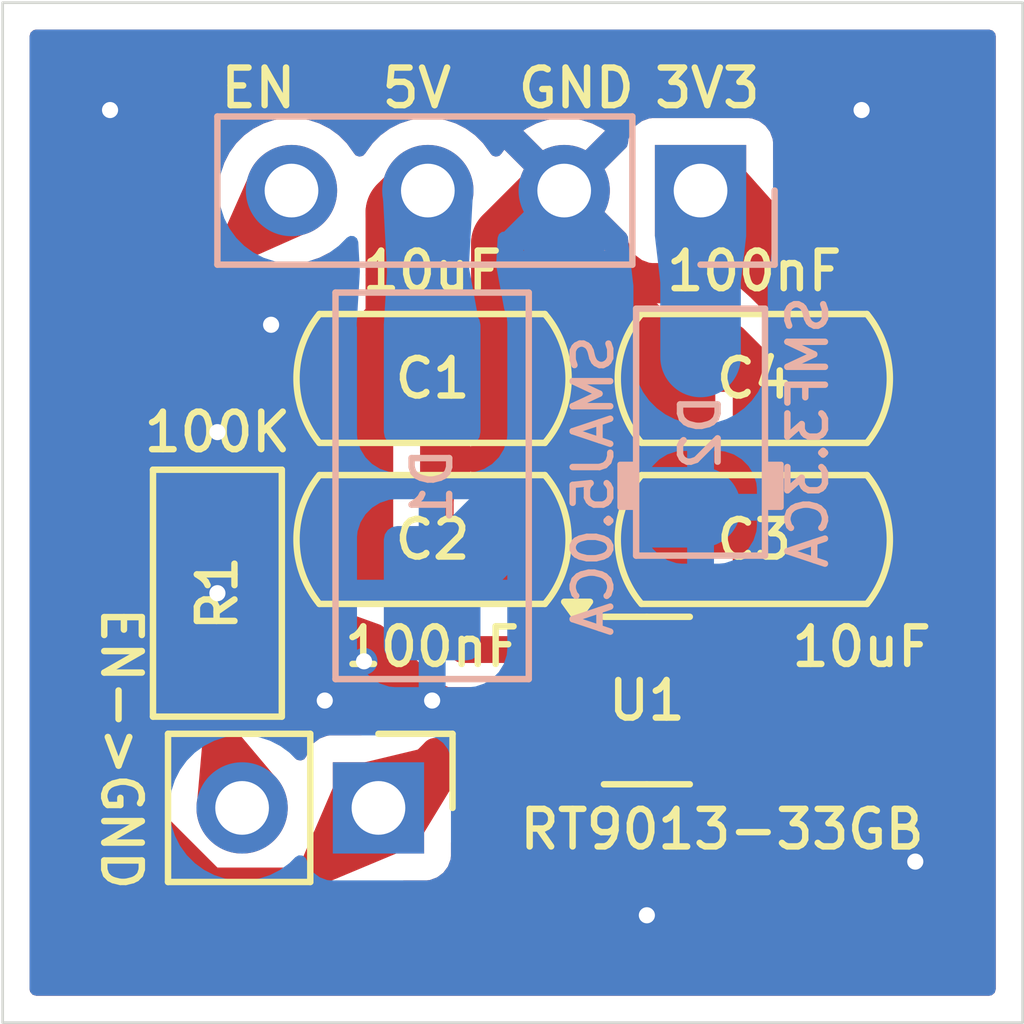
<source format=kicad_pcb>
(kicad_pcb (version 20241229) (generator "pcbnew") (generator_version "9.0")
  (layers (0 "F.Cu" signal) (2 "B.Cu" signal) (13 "F.Paste" user) (15 "B.Paste" user) (5 "F.SilkS" user "F.Silkscreen") (7 "B.SilkS" user "B.Silkscreen") (1 "F.Mask" user) (3 "B.Mask" user) (25 "Edge.Cuts" user))
  (net 0 "")
  (net 1 "GND")
  (net 2 "+3.3V")
  (net 3 "+5V")
  (net 4 "Net-(J2-Pin_2)")
  (net 5 "/EN")
  (footprint "PCM_Capacitor_SMD_AKL:C_1206_3216Metric" (layer "F.Cu") (at 117 66)
    (property "Reference" "C1" (at 0.007668 0 0) (layer "F.SilkS") (effects (font (size 0.7 0.7) (thickness 0.12))))
    (property "Value" "10uF" (at 0 -2 0) (layer "F.SilkS") (effects (font (size 0.7 0.7) (thickness 0.12))))
    (fp_line (start -2.1 1.2) (end 2.1 1.2) (stroke (width 0.12)) (layer "F.SilkS"))
    (fp_line (start 2.1 -1.2) (end -2.1 -1.2) (stroke (width 0.12)) (layer "F.SilkS"))
    (fp_arc (start -2.1 1.2) (mid -2.526625 0) (end -2.1 -1.2) (stroke (width 0.12)) (layer "F.SilkS"))
    (fp_arc (start 2.1 -1.2) (mid 2.541962 0) (end 2.1 1.2) (stroke (width 0.12)) (layer "F.SilkS"))
    (pad "1" smd roundrect (at -1.475 0) (size 1.15 1.8) (layers "F.Cu" "F.Mask" "F.Paste") (roundrect_rratio 0.217391) (net 3 "+5V"))
    (pad "2" smd roundrect (at 1.475 0) (size 1.15 1.8) (layers "F.Cu" "F.Mask" "F.Paste") (roundrect_rratio 0.217391) (net 1 "GND"))
  )
  (footprint "PCM_Capacitor_SMD_AKL:C_1206_3216Metric" (layer "F.Cu") (at 123 66 180)
    (property "Reference" "C4" (at 0.007668 0 0) (layer "F.SilkS") (effects (font (size 0.7 0.7) (thickness 0.12))))
    (property "Value" "100nF" (at 0 2 180) (layer "F.SilkS") (effects (font (size 0.7 0.7) (thickness 0.12))))
    (fp_line (start 2.1 -1.2) (end -2.1 -1.2) (stroke (width 0.12)) (layer "F.SilkS"))
    (fp_line (start -2.1 1.2) (end 2.1 1.2) (stroke (width 0.12)) (layer "F.SilkS"))
    (fp_arc (start 2.1 -1.2) (mid 2.541962 0) (end 2.1 1.2) (stroke (width 0.12)) (layer "F.SilkS"))
    (fp_arc (start -2.1 1.2) (mid -2.526625 0) (end -2.1 -1.2) (stroke (width 0.12)) (layer "F.SilkS"))
    (pad "1" smd roundrect (at -1.475 0 180) (size 1.15 1.8) (layers "F.Cu" "F.Mask" "F.Paste") (roundrect_rratio 0.217391) (net 2 "+3.3V"))
    (pad "2" smd roundrect (at 1.475 0 180) (size 1.15 1.8) (layers "F.Cu" "F.Mask" "F.Paste") (roundrect_rratio 0.217391) (net 1 "GND"))
  )
  (footprint "PCM_Capacitor_SMD_AKL:C_1206_3216Metric" (layer "F.Cu") (at 117 69)
    (property "Reference" "C2" (at 0.007668 0 0) (layer "F.SilkS") (effects (font (size 0.7 0.7) (thickness 0.12))))
    (property "Value" "100nF" (at 0 2 0) (layer "F.SilkS") (effects (font (size 0.7 0.7) (thickness 0.12))))
    (fp_line (start -2.1 1.2) (end 2.1 1.2) (stroke (width 0.12)) (layer "F.SilkS"))
    (fp_line (start 2.1 -1.2) (end -2.1 -1.2) (stroke (width 0.12)) (layer "F.SilkS"))
    (fp_arc (start -2.1 1.2) (mid -2.526625 0) (end -2.1 -1.2) (stroke (width 0.12)) (layer "F.SilkS"))
    (fp_arc (start 2.1 -1.2) (mid 2.541962 0) (end 2.1 1.2) (stroke (width 0.12)) (layer "F.SilkS"))
    (pad "1" smd roundrect (at -1.475 0) (size 1.15 1.8) (layers "F.Cu" "F.Mask" "F.Paste") (roundrect_rratio 0.217391) (net 3 "+5V"))
    (pad "2" smd roundrect (at 1.475 0) (size 1.15 1.8) (layers "F.Cu" "F.Mask" "F.Paste") (roundrect_rratio 0.217391) (net 1 "GND"))
  )
  (footprint "PCM_Capacitor_SMD_AKL:C_1206_3216Metric" (layer "F.Cu") (at 123 69 180)
    (property "Reference" "C3" (at 0 0 0) (layer "F.SilkS") (effects (font (size 0.7 0.7) (thickness 0.12))))
    (property "Value" "10uF" (at -2 -2 180) (layer "F.SilkS") (effects (font (size 0.7 0.7) (thickness 0.12))))
    (fp_line (start 2.1 -1.2) (end -2.1 -1.2) (stroke (width 0.12)) (layer "F.SilkS"))
    (fp_line (start -2.1 1.2) (end 2.1 1.2) (stroke (width 0.12)) (layer "F.SilkS"))
    (fp_arc (start 2.1 -1.2) (mid 2.541962 0) (end 2.1 1.2) (stroke (width 0.12)) (layer "F.SilkS"))
    (fp_arc (start -2.1 1.2) (mid -2.526625 0) (end -2.1 -1.2) (stroke (width 0.12)) (layer "F.SilkS"))
    (pad "1" smd roundrect (at -1.475 0 180) (size 1.15 1.8) (layers "F.Cu" "F.Mask" "F.Paste") (roundrect_rratio 0.217391) (net 2 "+3.3V"))
    (pad "2" smd roundrect (at 1.475 0 180) (size 1.15 1.8) (layers "F.Cu" "F.Mask" "F.Paste") (roundrect_rratio 0.217391) (net 1 "GND"))
  )
  (footprint "Package_TO_SOT_SMD:SOT-23-5" (layer "F.Cu") (at 121 72)
    (property "Reference" "U1" (at 0 0 0) (layer "F.SilkS") (effects (font (size 0.7 0.7) (thickness 0.12) (bold yes))))
    (property "Value" "RT9013-33GB" (at 1.4 2.4 0) (layer "F.SilkS") (effects (font (size 0.7 0.7) (thickness 0.12) (bold yes))))
    (fp_line (start 0 -1.56) (end -0.8 -1.56) (stroke (width 0.12)) (layer "F.SilkS"))
    (fp_line (start 0 -1.56) (end 0.8 -1.56) (stroke (width 0.12)) (layer "F.SilkS"))
    (fp_line (start 0 1.56) (end -0.8 1.56) (stroke (width 0.12)) (layer "F.SilkS"))
    (fp_line (start 0 1.56) (end 0.8 1.56) (stroke (width 0.12)) (layer "F.SilkS"))
    (fp_poly (pts (xy -1.3 -1.51) (xy -1.54 -1.84) (xy -1.06 -1.84)) (stroke (width 0.12)) (fill yes) (layer "F.SilkS"))
    (pad "1" smd roundrect (at -1.1375 -0.95) (size 1.325 0.6) (layers "F.Cu" "F.Mask" "F.Paste") (net 3 "+5V"))
    (pad "2" smd roundrect (at -1.1375 0) (size 1.325 0.6) (layers "F.Cu" "F.Mask" "F.Paste") (net 1 "GND"))
    (pad "3" smd roundrect (at -1.1375 0.95) (size 1.325 0.6) (layers "F.Cu" "F.Mask" "F.Paste") (net 5 "/EN"))
    (pad "4" smd roundrect (at 1.1375 0.95) (size 1.325 0.6) (layers "F.Cu" "F.Mask" "F.Paste"))
    (pad "5" smd roundrect (at 1.1375 -0.95) (size 1.325 0.6) (layers "F.Cu" "F.Mask" "F.Paste") (net 2 "+3.3V"))
  )
  (footprint "Connector_PinHeader_2.54mm:PinHeader_1x02_P2.54mm_Vertical" (layer "F.Cu") (at 116 74 -90)
    (property "Reference" "J2" (hide yes))
    (property "Value" "Conn_01x02" (hide yes))
    (fp_line (start -1.38 3.92) (end 1.38 3.92) (stroke (width 0.12)) (layer "F.SilkS"))
    (fp_line (start -1.38 1.27) (end -1.38 3.92) (stroke (width 0.12)) (layer "F.SilkS"))
    (fp_line (start -1.38 1.27) (end 1.38 1.27) (stroke (width 0.12)) (layer "F.SilkS"))
    (fp_line (start 1.38 1.27) (end 1.38 3.92) (stroke (width 0.12)) (layer "F.SilkS"))
    (fp_line (start -1.38 0) (end -1.38 -1.38) (stroke (width 0.12)) (layer "F.SilkS"))
    (fp_line (start -1.38 -1.38) (end 0 -1.38) (stroke (width 0.12)) (layer "F.SilkS"))
    (pad "1" thru_hole rect (at 0 0 270) (size 1.7 1.7) (drill 1) (layers "*.Cu" "*.Mask") (net 5 "/EN"))
    (pad "2" thru_hole circle (at 0 2.54 270) (size 1.7 1.7) (drill 1) (layers "*.Cu" "*.Mask") (net 4 "Net-(J2-Pin_2)"))
  )
  (footprint "PCM_Resistor_SMD_AKL:R_1206_3216Metric" (layer "F.Cu") (at 113 70 -90)
    (property "Reference" "R1" (at 0 0 90) (layer "F.SilkS") (effects (font (size 0.7 0.7) (thickness 0.12))))
    (property "Value" "100K" (at -3 0 0) (layer "F.SilkS") (effects (font (size 0.7 0.7) (thickness 0.12))))
    (fp_line (start -2.3 1.2) (end 2.3 1.2) (stroke (width 0.12)) (layer "F.SilkS"))
    (fp_line (start 2.3 1.2) (end 2.3 -1.2) (stroke (width 0.12)) (layer "F.SilkS"))
    (fp_line (start -2.3 -1.2) (end -2.3 1.2) (stroke (width 0.12)) (layer "F.SilkS"))
    (fp_line (start 2.3 -1.2) (end -2.3 -1.2) (stroke (width 0.12)) (layer "F.SilkS"))
    (pad "1" smd roundrect (at -1.4625 0 270) (size 1.125 1.75) (layers "F.Cu" "F.Mask" "F.Paste") (roundrect_rratio 0.222222) (net 1 "GND"))
    (pad "2" smd roundrect (at 1.4625 0 270) (size 1.125 1.75) (layers "F.Cu" "F.Mask" "F.Paste") (roundrect_rratio 0.222222) (net 4 "Net-(J2-Pin_2)"))
  )
  (footprint "PCM_Diode_SMD_AKL:D_SMA_TVS" (layer "B.Cu") (at 117 68 90)
    (property "Reference" "D1" (at 0 0 90) (layer "B.SilkS") (effects (font (size 0.7 0.7) (thickness 0.12)) (justify mirror)))
    (property "Value" "SMAJ5.0CA" (at 0 3 90) (layer "B.SilkS") (effects (font (size 0.7 0.7) (thickness 0.12)) (justify mirror)))
    (fp_line (start 3.6 -1.8) (end 3.6 1.8) (stroke (width 0.12)) (layer "B.SilkS"))
    (fp_line (start -3.6 -1.8) (end 3.6 -1.8) (stroke (width 0.12)) (layer "B.SilkS"))
    (fp_line (start 3.6 1.8) (end -3.6 1.8) (stroke (width 0.12)) (layer "B.SilkS"))
    (fp_line (start -3.6 1.8) (end -3.6 -1.8) (stroke (width 0.12)) (layer "B.SilkS"))
    (pad "1" smd roundrect (at -2 0 90) (size 2.5 1.8) (layers "B.Cu" "B.Mask" "B.Paste") (roundrect_rratio 0.1388888889) (net 1 "GND"))
    (pad "2" smd roundrect (at 2 0 90) (size 2.5 1.8) (layers "B.Cu" "B.Mask" "B.Paste") (roundrect_rratio 0.1388888889) (net 3 "+5V"))
  )
  (footprint "PCM_Diode_SMD_AKL:D_SOD-123F" (layer "B.Cu") (at 122 67 90)
    (property "Reference" "D2" (at 0 0 90) (layer "B.SilkS") (effects (font (size 0.7 0.7) (thickness 0.12)) (justify mirror)))
    (property "Value" "SMF3.3CA" (at 0 2 90) (layer "B.SilkS") (effects (font (size 0.7 0.7) (thickness 0.12)) (justify mirror)))
    (fp_line (start 2.3 -1.2) (end 2.3 1.2) (stroke (width 0.12)) (layer "B.SilkS"))
    (fp_line (start -2.3 -1.2) (end 2.3 -1.2) (stroke (width 0.12)) (layer "B.SilkS"))
    (fp_line (start 2.3 1.2) (end -2.3 1.2) (stroke (width 0.12)) (layer "B.SilkS"))
    (fp_line (start -2.3 1.2) (end -2.3 -1.2) (stroke (width 0.12)) (layer "B.SilkS"))
    (fp_poly (pts (xy -0.6 -1.5) (xy -1.4 -1.5) (xy -1.4 -1.2) (xy -0.6 -1.2)) (stroke (width 0.1)) (fill yes) (layer "B.SilkS"))
    (fp_poly (pts (xy -0.6 1.2) (xy -1.4 1.2) (xy -1.4 1.5) (xy -0.6 1.5)) (stroke (width 0.1)) (fill yes) (layer "B.SilkS"))
    (pad "1" smd roundrect (at -1.4 0 90) (size 1.1 1.1) (layers "B.Cu" "B.Mask" "B.Paste") (roundrect_rratio 0.2272727273) (net 1 "GND"))
    (pad "2" smd roundrect (at 1.4 0 90) (size 1.1 1.1) (layers "B.Cu" "B.Mask" "B.Paste") (roundrect_rratio 0.2272727273) (net 2 "+3.3V"))
  )
  (footprint "Connector_PinHeader_2.54mm:PinHeader_1x04_P2.54mm_Vertical" (layer "B.Cu") (at 122 62.5 90)
    (property "Reference" "J3" (hide yes))
    (property "Value" "Conn_01x04" (hide yes))
    (fp_line (start -1.38 -9) (end 1.38 -9) (stroke (width 0.12)) (layer "B.SilkS"))
    (fp_line (start 1.38 -1.27) (end 1.38 -9) (stroke (width 0.12)) (layer "B.SilkS"))
    (fp_line (start -1.38 -1.27) (end -1.38 -9) (stroke (width 0.12)) (layer "B.SilkS"))
    (fp_line (start -1.38 -1.27) (end 1.38 -1.27) (stroke (width 0.12)) (layer "B.SilkS"))
    (fp_line (start -1.38 0) (end -1.38 1.38) (stroke (width 0.12)) (layer "B.SilkS"))
    (fp_line (start -1.38 1.38) (end 0 1.38) (stroke (width 0.12)) (layer "B.SilkS"))
    (pad "1" thru_hole rect (at 0 0 90) (size 1.7 1.7) (drill 1) (layers "*.Cu" "*.Mask") (net 2 "+3.3V"))
    (pad "2" thru_hole circle (at 0 -2.54 90) (size 1.7 1.7) (drill 1) (layers "*.Cu" "*.Mask") (net 1 "GND"))
    (pad "3" thru_hole circle (at 0 -5.08 90) (size 1.7 1.7) (drill 1) (layers "*.Cu" "*.Mask") (net 3 "+5V"))
    (pad "4" thru_hole circle (at 0 -7.62 90) (size 1.7 1.7) (drill 1) (layers "*.Cu" "*.Mask") (net 5 "/EN"))
  )
  (gr_rect (start 109 59) (end 128 78) (stroke (width 0.05)) (fill no) (layer "Edge.Cuts"))
  (gr_text "GND" (at 118.54 61 0) (layer "F.SilkS") (effects (font (size 0.7 0.7) (thickness 0.12) (bold yes)) (justify left bottom)))
  (gr_text "EN->GND" (at 110.8 70.2 270) (layer "F.SilkS") (effects (font (size 0.7 0.7) (thickness 0.12) (bold yes)) (justify left bottom)))
  (gr_text "EN" (at 113 61 0) (layer "F.SilkS") (effects (font (size 0.7 0.7) (thickness 0.12) (bold yes)) (justify left bottom)))
  (gr_text "5V\n" (at 116 61 0) (layer "F.SilkS") (effects (font (size 0.7 0.7) (thickness 0.12) (bold yes)) (justify left bottom)))
  (gr_text "3V3" (at 121.08 61 0) (layer "F.SilkS") (effects (font (size 0.7 0.7) (thickness 0.12) (bold yes)) (justify left bottom)))
  (segment (start 117 72) (end 116.4625 72) (width 0.5) (layer "F.Cu") (net 1))
  (segment (start 120.936 71.43653) (end 120.936 69.589) (width 0.3) (layer "F.Cu") (net 1))
  (segment (start 115.73125 71.26875) (end 113 68.5375) (width 0.5) (layer "F.Cu") (net 1))
  (segment (start 120.37253 72) (end 120.936 71.43653) (width 0.3) (layer "F.Cu") (net 1))
  (segment (start 119.8625 72) (end 117 72) (width 0.5) (layer "F.Cu") (net 1))
  (segment (start 121.525 69) (end 121.525 66) (width 1.5) (layer "F.Cu") (net 1))
  (segment (start 119.8625 72) (end 120.37253 72) (width 0.3) (layer "F.Cu") (net 1))
  (segment (start 118.475 69) (end 118.475 66) (width 1.5) (layer "F.Cu") (net 1))
  (segment (start 120.936 69.589) (end 121.525 69) (width 0.3) (layer "F.Cu") (net 1))
  (segment (start 118.475 63.485) (end 119.46 62.5) (width 1.5) (layer "F.Cu") (net 1))
  (segment (start 118.475 66) (end 118.475 63.485) (width 1.5) (layer "F.Cu") (net 1))
  (segment (start 121.525 69) (end 118.475 69) (width 1.5) (layer "F.Cu") (net 1))
  (segment (start 119.46 63.935) (end 121.525 66) (width 1.5) (layer "F.Cu") (net 1))
  (segment (start 116.4625 72) (end 115.73125 71.26875) (width 0.5) (layer "F.Cu") (net 1))
  (segment (start 119.46 62.5) (end 119.46 63.935) (width 1.5) (layer "F.Cu") (net 1))
  (via (at 115.73125 71.26875) (size 0.5) (drill 0.3) (layers "F.Cu" "B.Cu") (net 1))
  (via (at 113 70) (size 0.5) (drill 0.3) (layers "F.Cu" "B.Cu") (net 1))
  (via (at 114 65) (size 0.5) (drill 0.3) (layers "F.Cu" "B.Cu") (net 1))
  (via (at 115 72) (size 0.5) (drill 0.3) (layers "F.Cu" "B.Cu") (net 1))
  (via (at 117 72) (size 0.5) (drill 0.3) (layers "F.Cu" "B.Cu") (net 1))
  (via (at 125 61) (size 0.5) (drill 0.3) (layers "F.Cu" "B.Cu") (net 1))
  (via (at 111 61) (size 0.5) (drill 0.3) (layers "F.Cu" "B.Cu") (net 1))
  (via (at 121 76) (size 0.5) (drill 0.3) (layers "F.Cu" "B.Cu") (net 1))
  (via (at 126 75) (size 0.5) (drill 0.3) (layers "F.Cu" "B.Cu") (net 1))
  (via (at 113 67) (size 0.5) (drill 0.3) (layers "F.Cu" "B.Cu") (net 1))
  (segment (start 119.46 62.5) (end 119.46 67.54) (width 1.5) (layer "B.Cu") (net 1))
  (segment (start 122 68.4) (end 120.32 68.4) (width 1.5) (layer "B.Cu") (net 1))
  (segment (start 120.32 68.4) (end 119.46 67.54) (width 1.5) (layer "B.Cu") (net 1))
  (segment (start 119.46 67.54) (end 117 70) (width 1.5) (layer "B.Cu") (net 1))
  (segment (start 124.475 66) (end 124.475 64.975) (width 1.5) (layer "F.Cu") (net 2))
  (segment (start 124.475 69) (end 124.475 66) (width 1.5) (layer "F.Cu") (net 2))
  (segment (start 123.57 71.05) (end 122.1375 71.05) (width 1.5) (layer "F.Cu") (net 2))
  (segment (start 124.475 70.145) (end 123.57 71.05) (width 1.5) (layer "F.Cu") (net 2))
  (segment (start 124.475 64.975) (end 122 62.5) (width 1.5) (layer "F.Cu") (net 2))
  (segment (start 124.475 69) (end 124.475 70.145) (width 1.5) (layer "F.Cu") (net 2))
  (segment (start 122 62.5) (end 122 65.6) (width 1.5) (layer "B.Cu") (net 2))
  (segment (start 116.51 62.91) (end 116.92 62.5) (width 1.5) (layer "F.Cu") (net 3))
  (segment (start 119.8625 71.05) (end 117.575 71.05) (width 0.5) (layer "F.Cu") (net 3))
  (segment (start 117.575 71.05) (end 115.525 69) (width 0.5) (layer "F.Cu") (net 3))
  (segment (start 115.525 66) (end 116.51 65.015) (width 1.5) (layer "F.Cu") (net 3))
  (segment (start 116.51 65.015) (end 116.51 62.91) (width 1.5) (layer "F.Cu") (net 3))
  (segment (start 115.525 69) (end 115.525 66) (width 1.5) (layer "F.Cu") (net 3))
  (segment (start 116.92 62.5) (end 116.92 65.92) (width 1.5) (layer "B.Cu") (net 3))
  (segment (start 116.92 65.92) (end 117 66) (width 1.5) (layer "B.Cu") (net 3))
  (segment (start 113 71.4625) (end 113 73.54) (width 0.5) (layer "F.Cu") (net 4))
  (segment (start 113 73.54) (end 113.46 74) (width 0.5) (layer "F.Cu") (net 4))
  (segment (start 111.614 74.078745) (end 111.614 65.266) (width 0.5) (layer "F.Cu") (net 5))
  (segment (start 112.896255 75.361) (end 111.614 74.078745) (width 0.5) (layer "F.Cu") (net 5))
  (segment (start 114.639 75.361) (end 112.896255 75.361) (width 0.5) (layer "F.Cu") (net 5))
  (segment (start 119.8625 72.95) (end 117.05 72.95) (width 0.5) (layer "F.Cu") (net 5))
  (segment (start 117.05 72.95) (end 116 74) (width 0.5) (layer "F.Cu") (net 5))
  (segment (start 111.614 65.266) (end 114.38 62.5) (width 0.5) (layer "F.Cu") (net 5))
  (segment (start 116 74) (end 114.639 75.361) (width 0.5) (layer "F.Cu") (net 5))
  (zone (net 1) (net_name "GND") (layers "F.Cu" "B.Cu") (name "GND") (priority 3) (connect_pads (clearance 0.5)) (min_thickness 0.25) (fill yes (thermal_gap 0.5) (thermal_bridge_width 0.5))
    (polygon (pts (xy 109 59) (xy 109 78) (xy 128 78) (xy 128 59)))
  )
)
</source>
